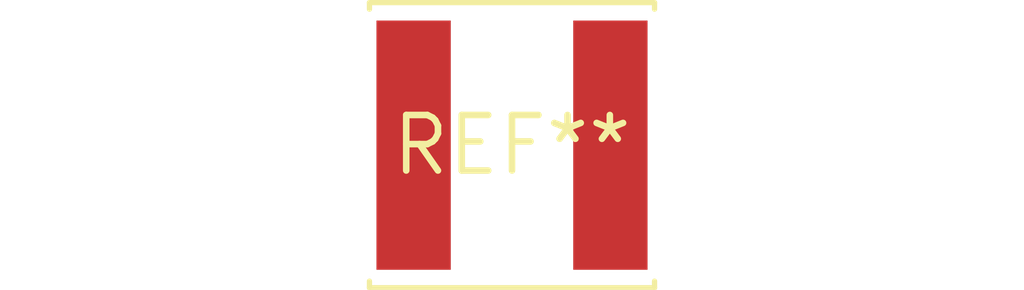
<source format=kicad_pcb>
(kicad_pcb (version 20240108) (generator pcbnew)
  (layers (0 "F.Cu" signal) (31 "B.Cu" signal) (34 "B.Paste" user) (35 "F.Paste" user) (36 "B.SilkS" user "B.Silkscreen") (37 "F.SilkS" user "F.Silkscreen") (38 "B.Mask" user) (39 "F.Mask" user) (44 "Edge.Cuts" user))
  (net 0 "")
  (footprint "L_Changjiang_FNR6045S" (layer "F.Cu") (at 0 0)
    (property "Reference" "REF**")
    (property "Value" "L_Changjiang_FNR6045S")
    (fp_line (start -3.26 -3.26) (end -3.26 -3.11) (layer "F.SilkS") (stroke (width 0.12)))
    (fp_line (start -3.26 -3.26) (end 3.26 -3.26) (layer "F.SilkS") (stroke (width 0.12)))
    (fp_line (start -3.26 3.26) (end -3.26 3.11) (layer "F.SilkS") (stroke (width 0.12)))
    (fp_line (start -3.26 3.26) (end 3.26 3.26) (layer "F.SilkS") (stroke (width 0.12)))
    (fp_line (start 3.26 -3.26) (end 3.26 -3.11) (layer "F.SilkS") (stroke (width 0.12)))
    (fp_line (start 3.26 3.26) (end 3.26 3.11) (layer "F.SilkS") (stroke (width 0.12)))
    (pad "1" smd rect (at -2.25 0) (size 1.7 5.7) (layers "F.Cu" "F.Paste" "F.Mask"))
    (pad "2" smd rect (at 2.25 0) (size 1.7 5.7) (layers "F.Cu" "F.Paste" "F.Mask"))
  )
)
</source>
